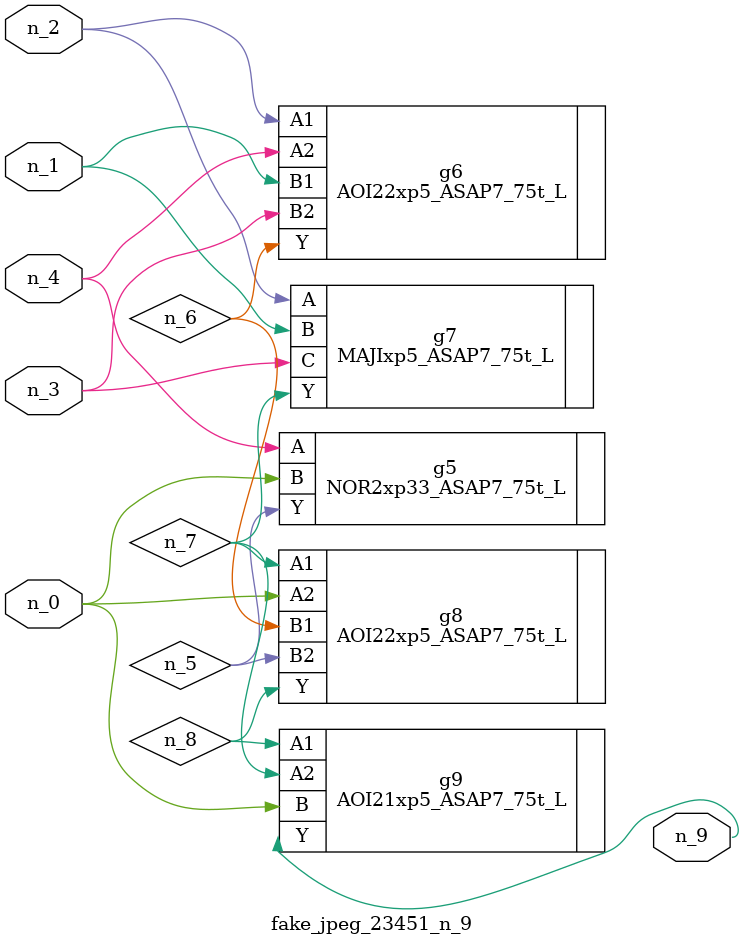
<source format=v>
module fake_jpeg_23451_n_9 (n_3, n_2, n_1, n_0, n_4, n_9);

input n_3;
input n_2;
input n_1;
input n_0;
input n_4;

output n_9;

wire n_8;
wire n_6;
wire n_5;
wire n_7;

NOR2xp33_ASAP7_75t_L g5 ( 
.A(n_4),
.B(n_0),
.Y(n_5)
);

AOI22xp5_ASAP7_75t_L g6 ( 
.A1(n_2),
.A2(n_4),
.B1(n_1),
.B2(n_3),
.Y(n_6)
);

MAJIxp5_ASAP7_75t_L g7 ( 
.A(n_2),
.B(n_1),
.C(n_3),
.Y(n_7)
);

AOI22xp5_ASAP7_75t_L g8 ( 
.A1(n_7),
.A2(n_0),
.B1(n_6),
.B2(n_5),
.Y(n_8)
);

AOI21xp5_ASAP7_75t_L g9 ( 
.A1(n_8),
.A2(n_7),
.B(n_0),
.Y(n_9)
);


endmodule
</source>
